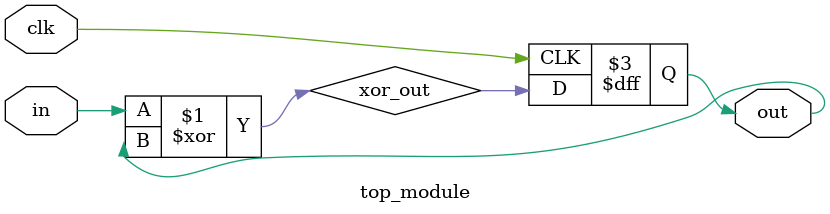
<source format=sv>
module top_module (
    input clk,
    input in,
    output logic out
);

    logic xor_out;

    // XOR gate
    assign xor_out = in ^ out;

    // D Flip-Flop with positive edge trigger
    always_ff @(posedge clk) begin
        out <= xor_out;
    end

endmodule

</source>
